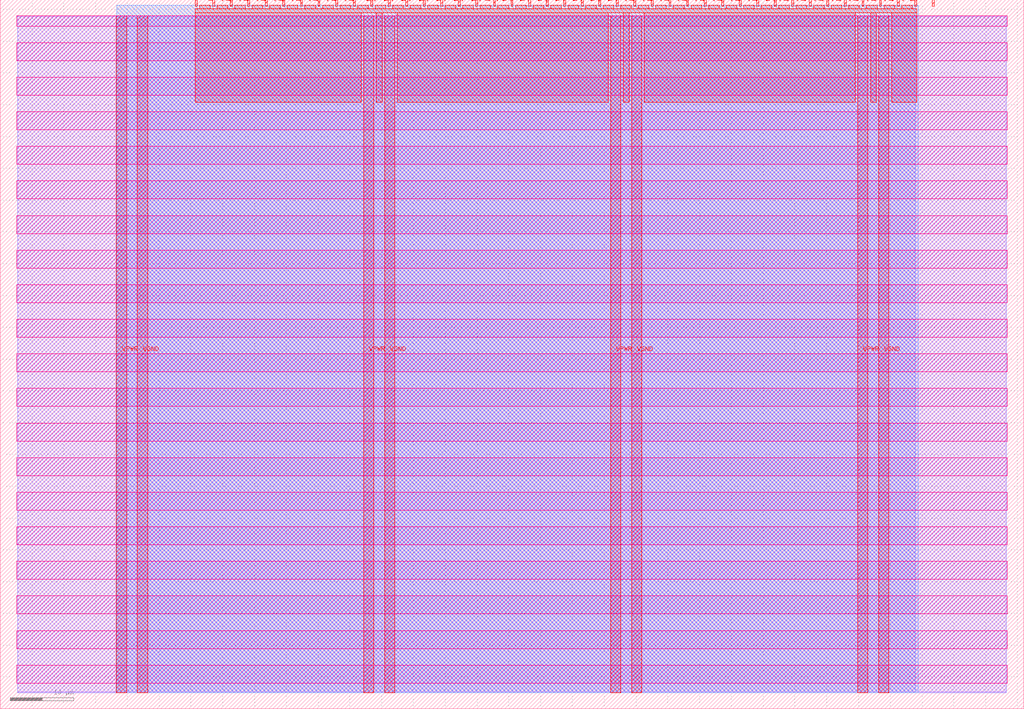
<source format=lef>
VERSION 5.7 ;
  NOWIREEXTENSIONATPIN ON ;
  DIVIDERCHAR "/" ;
  BUSBITCHARS "[]" ;
MACRO tt_um_kapilan_alarm
  CLASS BLOCK ;
  FOREIGN tt_um_kapilan_alarm ;
  ORIGIN 0.000 0.000 ;
  SIZE 161.000 BY 111.520 ;
  PIN VGND
    DIRECTION INOUT ;
    USE GROUND ;
    PORT
      LAYER met4 ;
        RECT 21.580 2.480 23.180 109.040 ;
    END
    PORT
      LAYER met4 ;
        RECT 60.450 2.480 62.050 109.040 ;
    END
    PORT
      LAYER met4 ;
        RECT 99.320 2.480 100.920 109.040 ;
    END
    PORT
      LAYER met4 ;
        RECT 138.190 2.480 139.790 109.040 ;
    END
  END VGND
  PIN VPWR
    DIRECTION INOUT ;
    USE POWER ;
    PORT
      LAYER met4 ;
        RECT 18.280 2.480 19.880 109.040 ;
    END
    PORT
      LAYER met4 ;
        RECT 57.150 2.480 58.750 109.040 ;
    END
    PORT
      LAYER met4 ;
        RECT 96.020 2.480 97.620 109.040 ;
    END
    PORT
      LAYER met4 ;
        RECT 134.890 2.480 136.490 109.040 ;
    END
  END VPWR
  PIN clk
    DIRECTION INPUT ;
    USE SIGNAL ;
    ANTENNAGATEAREA 0.852000 ;
    PORT
      LAYER met4 ;
        RECT 143.830 110.520 144.130 111.520 ;
    END
  END clk
  PIN ena
    DIRECTION INPUT ;
    USE SIGNAL ;
    PORT
      LAYER met4 ;
        RECT 146.590 110.520 146.890 111.520 ;
    END
  END ena
  PIN rst_n
    DIRECTION INPUT ;
    USE SIGNAL ;
    ANTENNAGATEAREA 0.196500 ;
    PORT
      LAYER met4 ;
        RECT 141.070 110.520 141.370 111.520 ;
    END
  END rst_n
  PIN ui_in[0]
    DIRECTION INPUT ;
    USE SIGNAL ;
    ANTENNAGATEAREA 0.196500 ;
    PORT
      LAYER met4 ;
        RECT 138.310 110.520 138.610 111.520 ;
    END
  END ui_in[0]
  PIN ui_in[1]
    DIRECTION INPUT ;
    USE SIGNAL ;
    ANTENNAGATEAREA 0.196500 ;
    PORT
      LAYER met4 ;
        RECT 135.550 110.520 135.850 111.520 ;
    END
  END ui_in[1]
  PIN ui_in[2]
    DIRECTION INPUT ;
    USE SIGNAL ;
    ANTENNAGATEAREA 0.196500 ;
    PORT
      LAYER met4 ;
        RECT 132.790 110.520 133.090 111.520 ;
    END
  END ui_in[2]
  PIN ui_in[3]
    DIRECTION INPUT ;
    USE SIGNAL ;
    ANTENNAGATEAREA 0.196500 ;
    PORT
      LAYER met4 ;
        RECT 130.030 110.520 130.330 111.520 ;
    END
  END ui_in[3]
  PIN ui_in[4]
    DIRECTION INPUT ;
    USE SIGNAL ;
    ANTENNAGATEAREA 0.196500 ;
    PORT
      LAYER met4 ;
        RECT 127.270 110.520 127.570 111.520 ;
    END
  END ui_in[4]
  PIN ui_in[5]
    DIRECTION INPUT ;
    USE SIGNAL ;
    ANTENNAGATEAREA 0.196500 ;
    PORT
      LAYER met4 ;
        RECT 124.510 110.520 124.810 111.520 ;
    END
  END ui_in[5]
  PIN ui_in[6]
    DIRECTION INPUT ;
    USE SIGNAL ;
    ANTENNAGATEAREA 0.196500 ;
    PORT
      LAYER met4 ;
        RECT 121.750 110.520 122.050 111.520 ;
    END
  END ui_in[6]
  PIN ui_in[7]
    DIRECTION INPUT ;
    USE SIGNAL ;
    ANTENNAGATEAREA 0.196500 ;
    PORT
      LAYER met4 ;
        RECT 118.990 110.520 119.290 111.520 ;
    END
  END ui_in[7]
  PIN uio_in[0]
    DIRECTION INPUT ;
    USE SIGNAL ;
    ANTENNAGATEAREA 0.196500 ;
    PORT
      LAYER met4 ;
        RECT 116.230 110.520 116.530 111.520 ;
    END
  END uio_in[0]
  PIN uio_in[1]
    DIRECTION INPUT ;
    USE SIGNAL ;
    ANTENNAGATEAREA 0.196500 ;
    PORT
      LAYER met4 ;
        RECT 113.470 110.520 113.770 111.520 ;
    END
  END uio_in[1]
  PIN uio_in[2]
    DIRECTION INPUT ;
    USE SIGNAL ;
    ANTENNAGATEAREA 0.196500 ;
    PORT
      LAYER met4 ;
        RECT 110.710 110.520 111.010 111.520 ;
    END
  END uio_in[2]
  PIN uio_in[3]
    DIRECTION INPUT ;
    USE SIGNAL ;
    PORT
      LAYER met4 ;
        RECT 107.950 110.520 108.250 111.520 ;
    END
  END uio_in[3]
  PIN uio_in[4]
    DIRECTION INPUT ;
    USE SIGNAL ;
    PORT
      LAYER met4 ;
        RECT 105.190 110.520 105.490 111.520 ;
    END
  END uio_in[4]
  PIN uio_in[5]
    DIRECTION INPUT ;
    USE SIGNAL ;
    PORT
      LAYER met4 ;
        RECT 102.430 110.520 102.730 111.520 ;
    END
  END uio_in[5]
  PIN uio_in[6]
    DIRECTION INPUT ;
    USE SIGNAL ;
    PORT
      LAYER met4 ;
        RECT 99.670 110.520 99.970 111.520 ;
    END
  END uio_in[6]
  PIN uio_in[7]
    DIRECTION INPUT ;
    USE SIGNAL ;
    PORT
      LAYER met4 ;
        RECT 96.910 110.520 97.210 111.520 ;
    END
  END uio_in[7]
  PIN uio_oe[0]
    DIRECTION OUTPUT ;
    USE SIGNAL ;
    ANTENNADIFFAREA 0.445500 ;
    PORT
      LAYER met4 ;
        RECT 49.990 110.520 50.290 111.520 ;
    END
  END uio_oe[0]
  PIN uio_oe[1]
    DIRECTION OUTPUT ;
    USE SIGNAL ;
    ANTENNADIFFAREA 0.445500 ;
    PORT
      LAYER met4 ;
        RECT 47.230 110.520 47.530 111.520 ;
    END
  END uio_oe[1]
  PIN uio_oe[2]
    DIRECTION OUTPUT ;
    USE SIGNAL ;
    ANTENNADIFFAREA 0.445500 ;
    PORT
      LAYER met4 ;
        RECT 44.470 110.520 44.770 111.520 ;
    END
  END uio_oe[2]
  PIN uio_oe[3]
    DIRECTION OUTPUT ;
    USE SIGNAL ;
    ANTENNADIFFAREA 0.445500 ;
    PORT
      LAYER met4 ;
        RECT 41.710 110.520 42.010 111.520 ;
    END
  END uio_oe[3]
  PIN uio_oe[4]
    DIRECTION OUTPUT ;
    USE SIGNAL ;
    ANTENNADIFFAREA 0.445500 ;
    PORT
      LAYER met4 ;
        RECT 38.950 110.520 39.250 111.520 ;
    END
  END uio_oe[4]
  PIN uio_oe[5]
    DIRECTION OUTPUT ;
    USE SIGNAL ;
    ANTENNADIFFAREA 0.445500 ;
    PORT
      LAYER met4 ;
        RECT 36.190 110.520 36.490 111.520 ;
    END
  END uio_oe[5]
  PIN uio_oe[6]
    DIRECTION OUTPUT ;
    USE SIGNAL ;
    ANTENNADIFFAREA 0.445500 ;
    PORT
      LAYER met4 ;
        RECT 33.430 110.520 33.730 111.520 ;
    END
  END uio_oe[6]
  PIN uio_oe[7]
    DIRECTION OUTPUT ;
    USE SIGNAL ;
    ANTENNADIFFAREA 0.445500 ;
    PORT
      LAYER met4 ;
        RECT 30.670 110.520 30.970 111.520 ;
    END
  END uio_oe[7]
  PIN uio_out[0]
    DIRECTION OUTPUT ;
    USE SIGNAL ;
    ANTENNADIFFAREA 0.445500 ;
    PORT
      LAYER met4 ;
        RECT 72.070 110.520 72.370 111.520 ;
    END
  END uio_out[0]
  PIN uio_out[1]
    DIRECTION OUTPUT ;
    USE SIGNAL ;
    ANTENNADIFFAREA 0.445500 ;
    PORT
      LAYER met4 ;
        RECT 69.310 110.520 69.610 111.520 ;
    END
  END uio_out[1]
  PIN uio_out[2]
    DIRECTION OUTPUT ;
    USE SIGNAL ;
    ANTENNADIFFAREA 0.445500 ;
    PORT
      LAYER met4 ;
        RECT 66.550 110.520 66.850 111.520 ;
    END
  END uio_out[2]
  PIN uio_out[3]
    DIRECTION OUTPUT ;
    USE SIGNAL ;
    ANTENNADIFFAREA 0.445500 ;
    PORT
      LAYER met4 ;
        RECT 63.790 110.520 64.090 111.520 ;
    END
  END uio_out[3]
  PIN uio_out[4]
    DIRECTION OUTPUT ;
    USE SIGNAL ;
    ANTENNAGATEAREA 1.368000 ;
    ANTENNADIFFAREA 0.891000 ;
    PORT
      LAYER met4 ;
        RECT 61.030 110.520 61.330 111.520 ;
    END
  END uio_out[4]
  PIN uio_out[5]
    DIRECTION OUTPUT ;
    USE SIGNAL ;
    ANTENNAGATEAREA 1.116000 ;
    ANTENNADIFFAREA 0.891000 ;
    PORT
      LAYER met4 ;
        RECT 58.270 110.520 58.570 111.520 ;
    END
  END uio_out[5]
  PIN uio_out[6]
    DIRECTION OUTPUT ;
    USE SIGNAL ;
    ANTENNAGATEAREA 1.116000 ;
    ANTENNADIFFAREA 0.891000 ;
    PORT
      LAYER met4 ;
        RECT 55.510 110.520 55.810 111.520 ;
    END
  END uio_out[6]
  PIN uio_out[7]
    DIRECTION OUTPUT ;
    USE SIGNAL ;
    ANTENNADIFFAREA 0.445500 ;
    PORT
      LAYER met4 ;
        RECT 52.750 110.520 53.050 111.520 ;
    END
  END uio_out[7]
  PIN uo_out[0]
    DIRECTION OUTPUT ;
    USE SIGNAL ;
    ANTENNAGATEAREA 1.489500 ;
    ANTENNADIFFAREA 0.891000 ;
    PORT
      LAYER met4 ;
        RECT 94.150 110.520 94.450 111.520 ;
    END
  END uo_out[0]
  PIN uo_out[1]
    DIRECTION OUTPUT ;
    USE SIGNAL ;
    ANTENNAGATEAREA 0.994500 ;
    ANTENNADIFFAREA 0.891000 ;
    PORT
      LAYER met4 ;
        RECT 91.390 110.520 91.690 111.520 ;
    END
  END uo_out[1]
  PIN uo_out[2]
    DIRECTION OUTPUT ;
    USE SIGNAL ;
    ANTENNAGATEAREA 1.120500 ;
    ANTENNADIFFAREA 0.891000 ;
    PORT
      LAYER met4 ;
        RECT 88.630 110.520 88.930 111.520 ;
    END
  END uo_out[2]
  PIN uo_out[3]
    DIRECTION OUTPUT ;
    USE SIGNAL ;
    ANTENNAGATEAREA 0.868500 ;
    ANTENNADIFFAREA 0.891000 ;
    PORT
      LAYER met4 ;
        RECT 85.870 110.520 86.170 111.520 ;
    END
  END uo_out[3]
  PIN uo_out[4]
    DIRECTION OUTPUT ;
    USE SIGNAL ;
    ANTENNAGATEAREA 0.873000 ;
    ANTENNADIFFAREA 0.891000 ;
    PORT
      LAYER met4 ;
        RECT 83.110 110.520 83.410 111.520 ;
    END
  END uo_out[4]
  PIN uo_out[5]
    DIRECTION OUTPUT ;
    USE SIGNAL ;
    ANTENNAGATEAREA 0.868500 ;
    ANTENNADIFFAREA 0.891000 ;
    PORT
      LAYER met4 ;
        RECT 80.350 110.520 80.650 111.520 ;
    END
  END uo_out[5]
  PIN uo_out[6]
    DIRECTION OUTPUT ;
    USE SIGNAL ;
    ANTENNAGATEAREA 0.747000 ;
    ANTENNADIFFAREA 0.891000 ;
    PORT
      LAYER met4 ;
        RECT 77.590 110.520 77.890 111.520 ;
    END
  END uo_out[6]
  PIN uo_out[7]
    DIRECTION OUTPUT ;
    USE SIGNAL ;
    ANTENNAGATEAREA 1.120500 ;
    ANTENNADIFFAREA 0.891000 ;
    PORT
      LAYER met4 ;
        RECT 74.830 110.520 75.130 111.520 ;
    END
  END uo_out[7]
  OBS
      LAYER nwell ;
        RECT 2.570 107.385 158.430 108.990 ;
        RECT 2.570 101.945 158.430 104.775 ;
        RECT 2.570 96.505 158.430 99.335 ;
        RECT 2.570 91.065 158.430 93.895 ;
        RECT 2.570 85.625 158.430 88.455 ;
        RECT 2.570 80.185 158.430 83.015 ;
        RECT 2.570 74.745 158.430 77.575 ;
        RECT 2.570 69.305 158.430 72.135 ;
        RECT 2.570 63.865 158.430 66.695 ;
        RECT 2.570 58.425 158.430 61.255 ;
        RECT 2.570 52.985 158.430 55.815 ;
        RECT 2.570 47.545 158.430 50.375 ;
        RECT 2.570 42.105 158.430 44.935 ;
        RECT 2.570 36.665 158.430 39.495 ;
        RECT 2.570 31.225 158.430 34.055 ;
        RECT 2.570 25.785 158.430 28.615 ;
        RECT 2.570 20.345 158.430 23.175 ;
        RECT 2.570 14.905 158.430 17.735 ;
        RECT 2.570 9.465 158.430 12.295 ;
        RECT 2.570 4.025 158.430 6.855 ;
      LAYER li1 ;
        RECT 2.760 2.635 158.240 108.885 ;
      LAYER met1 ;
        RECT 2.760 2.480 158.240 109.040 ;
      LAYER met2 ;
        RECT 18.310 2.535 143.890 110.685 ;
      LAYER met3 ;
        RECT 18.290 2.555 144.370 110.665 ;
      LAYER met4 ;
        RECT 31.370 110.120 33.030 110.665 ;
        RECT 34.130 110.120 35.790 110.665 ;
        RECT 36.890 110.120 38.550 110.665 ;
        RECT 39.650 110.120 41.310 110.665 ;
        RECT 42.410 110.120 44.070 110.665 ;
        RECT 45.170 110.120 46.830 110.665 ;
        RECT 47.930 110.120 49.590 110.665 ;
        RECT 50.690 110.120 52.350 110.665 ;
        RECT 53.450 110.120 55.110 110.665 ;
        RECT 56.210 110.120 57.870 110.665 ;
        RECT 58.970 110.120 60.630 110.665 ;
        RECT 61.730 110.120 63.390 110.665 ;
        RECT 64.490 110.120 66.150 110.665 ;
        RECT 67.250 110.120 68.910 110.665 ;
        RECT 70.010 110.120 71.670 110.665 ;
        RECT 72.770 110.120 74.430 110.665 ;
        RECT 75.530 110.120 77.190 110.665 ;
        RECT 78.290 110.120 79.950 110.665 ;
        RECT 81.050 110.120 82.710 110.665 ;
        RECT 83.810 110.120 85.470 110.665 ;
        RECT 86.570 110.120 88.230 110.665 ;
        RECT 89.330 110.120 90.990 110.665 ;
        RECT 92.090 110.120 93.750 110.665 ;
        RECT 94.850 110.120 96.510 110.665 ;
        RECT 97.610 110.120 99.270 110.665 ;
        RECT 100.370 110.120 102.030 110.665 ;
        RECT 103.130 110.120 104.790 110.665 ;
        RECT 105.890 110.120 107.550 110.665 ;
        RECT 108.650 110.120 110.310 110.665 ;
        RECT 111.410 110.120 113.070 110.665 ;
        RECT 114.170 110.120 115.830 110.665 ;
        RECT 116.930 110.120 118.590 110.665 ;
        RECT 119.690 110.120 121.350 110.665 ;
        RECT 122.450 110.120 124.110 110.665 ;
        RECT 125.210 110.120 126.870 110.665 ;
        RECT 127.970 110.120 129.630 110.665 ;
        RECT 130.730 110.120 132.390 110.665 ;
        RECT 133.490 110.120 135.150 110.665 ;
        RECT 136.250 110.120 137.910 110.665 ;
        RECT 139.010 110.120 140.670 110.665 ;
        RECT 141.770 110.120 143.430 110.665 ;
        RECT 30.655 109.440 144.145 110.120 ;
        RECT 30.655 95.375 56.750 109.440 ;
        RECT 59.150 95.375 60.050 109.440 ;
        RECT 62.450 95.375 95.620 109.440 ;
        RECT 98.020 95.375 98.920 109.440 ;
        RECT 101.320 95.375 134.490 109.440 ;
        RECT 136.890 95.375 137.790 109.440 ;
        RECT 140.190 95.375 144.145 109.440 ;
  END
END tt_um_kapilan_alarm
END LIBRARY


</source>
